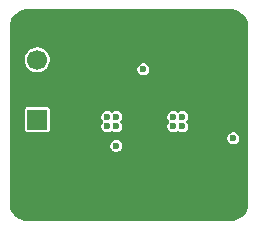
<source format=gbr>
%TF.GenerationSoftware,KiCad,Pcbnew,9.0.4*%
%TF.CreationDate,2025-10-22T22:14:30-04:00*%
%TF.ProjectId,buck_regulator_12V_3A_L6983,6275636b-5f72-4656-9775-6c61746f725f,rev?*%
%TF.SameCoordinates,Original*%
%TF.FileFunction,Copper,L2,Inr*%
%TF.FilePolarity,Positive*%
%FSLAX46Y46*%
G04 Gerber Fmt 4.6, Leading zero omitted, Abs format (unit mm)*
G04 Created by KiCad (PCBNEW 9.0.4) date 2025-10-22 22:14:30*
%MOMM*%
%LPD*%
G01*
G04 APERTURE LIST*
%TA.AperFunction,ComponentPad*%
%ADD10R,1.700000X1.700000*%
%TD*%
%TA.AperFunction,ComponentPad*%
%ADD11C,1.700000*%
%TD*%
%TA.AperFunction,ViaPad*%
%ADD12C,0.600000*%
%TD*%
G04 APERTURE END LIST*
D10*
%TO.N,14.8V*%
%TO.C,J1*%
X135300000Y-108400000D03*
D11*
%TO.N,GND*%
X135300000Y-105860000D03*
%TO.N,12V*%
X135300000Y-103320000D03*
%TD*%
D12*
%TO.N,Net-(C24-Pad2)*%
X144272000Y-104140000D03*
%TO.N,GND*%
X137795000Y-113284000D03*
X151887000Y-112014000D03*
X146558000Y-115824000D03*
%TO.N,Net-(C24-Pad2)*%
X151887000Y-109982000D03*
%TO.N,14.8V*%
X141986000Y-108165997D03*
X141224000Y-108165997D03*
X147574000Y-108165997D03*
X146812000Y-108165997D03*
X141986000Y-110617000D03*
X146812000Y-108966000D03*
X147574000Y-108966000D03*
%TO.N,GND*%
X145034000Y-109982000D03*
X143764000Y-109982000D03*
X141224000Y-107188000D03*
%TO.N,14.8V*%
X141224000Y-108966000D03*
X141986000Y-108966000D03*
%TO.N,GND*%
X141986000Y-107188000D03*
X143002000Y-107696000D03*
X145669000Y-107696000D03*
X146812000Y-107188000D03*
X147574000Y-107188000D03*
%TD*%
%TA.AperFunction,Conductor*%
%TO.N,GND*%
G36*
X151671748Y-99052625D02*
G01*
X151879905Y-99067513D01*
X151886825Y-99068508D01*
X152089029Y-99112494D01*
X152095736Y-99114462D01*
X152289641Y-99186785D01*
X152295992Y-99189687D01*
X152477622Y-99288864D01*
X152483488Y-99292634D01*
X152649159Y-99416654D01*
X152654442Y-99421232D01*
X152800767Y-99567557D01*
X152805345Y-99572840D01*
X152929363Y-99738508D01*
X152933140Y-99744385D01*
X153032310Y-99926003D01*
X153035215Y-99932362D01*
X153107536Y-100126262D01*
X153109505Y-100132970D01*
X153153491Y-100335174D01*
X153154486Y-100342094D01*
X153169375Y-100550252D01*
X153169500Y-100553748D01*
X153169500Y-115473251D01*
X153169375Y-115476747D01*
X153154486Y-115684905D01*
X153153491Y-115691825D01*
X153109505Y-115894029D01*
X153107536Y-115900737D01*
X153035215Y-116094637D01*
X153032310Y-116100996D01*
X152933140Y-116282614D01*
X152929360Y-116288496D01*
X152805345Y-116454159D01*
X152800767Y-116459442D01*
X152654442Y-116605767D01*
X152649159Y-116610345D01*
X152483496Y-116734360D01*
X152477614Y-116738140D01*
X152295996Y-116837310D01*
X152289637Y-116840215D01*
X152095737Y-116912536D01*
X152089029Y-116914505D01*
X151886825Y-116958491D01*
X151879905Y-116959486D01*
X151671748Y-116974375D01*
X151668252Y-116974500D01*
X134462748Y-116974500D01*
X134459252Y-116974375D01*
X134251094Y-116959486D01*
X134244174Y-116958491D01*
X134041970Y-116914505D01*
X134035262Y-116912536D01*
X133841362Y-116840215D01*
X133835003Y-116837310D01*
X133713504Y-116770967D01*
X133653381Y-116738137D01*
X133647508Y-116734363D01*
X133481840Y-116610345D01*
X133476557Y-116605767D01*
X133330232Y-116459442D01*
X133325654Y-116454159D01*
X133201634Y-116288488D01*
X133197864Y-116282622D01*
X133098687Y-116100992D01*
X133095784Y-116094637D01*
X133023463Y-115900737D01*
X133021494Y-115894029D01*
X132977508Y-115691825D01*
X132976513Y-115684905D01*
X132961625Y-115476747D01*
X132961500Y-115473251D01*
X132961500Y-110551104D01*
X141485500Y-110551104D01*
X141485500Y-110682895D01*
X141519607Y-110810184D01*
X141519608Y-110810188D01*
X141585500Y-110924314D01*
X141678686Y-111017500D01*
X141720457Y-111041617D01*
X141792811Y-111083391D01*
X141792813Y-111083391D01*
X141792814Y-111083392D01*
X141893207Y-111110292D01*
X141920104Y-111117499D01*
X141920105Y-111117500D01*
X141920108Y-111117500D01*
X142051895Y-111117500D01*
X142051895Y-111117499D01*
X142179186Y-111083392D01*
X142293314Y-111017500D01*
X142386500Y-110924314D01*
X142452392Y-110810186D01*
X142486499Y-110682895D01*
X142486500Y-110682895D01*
X142486500Y-110551105D01*
X142486499Y-110551104D01*
X142468116Y-110482499D01*
X142452392Y-110423814D01*
X142452391Y-110423813D01*
X142452391Y-110423811D01*
X142386499Y-110309685D01*
X142293314Y-110216500D01*
X142179188Y-110150608D01*
X142179184Y-110150607D01*
X142051895Y-110116500D01*
X142051892Y-110116500D01*
X141920108Y-110116500D01*
X141920105Y-110116500D01*
X141792815Y-110150607D01*
X141792811Y-110150608D01*
X141678685Y-110216500D01*
X141678685Y-110216501D01*
X141585501Y-110309685D01*
X141585500Y-110309685D01*
X141519608Y-110423811D01*
X141519607Y-110423815D01*
X141485500Y-110551104D01*
X132961500Y-110551104D01*
X132961500Y-109916104D01*
X151386500Y-109916104D01*
X151386500Y-110047895D01*
X151420607Y-110175184D01*
X151420608Y-110175188D01*
X151444461Y-110216501D01*
X151486500Y-110289314D01*
X151579686Y-110382500D01*
X151621457Y-110406617D01*
X151693811Y-110448391D01*
X151693813Y-110448391D01*
X151693814Y-110448392D01*
X151794207Y-110475292D01*
X151821104Y-110482499D01*
X151821105Y-110482500D01*
X151821108Y-110482500D01*
X151952895Y-110482500D01*
X151952895Y-110482499D01*
X152080186Y-110448392D01*
X152194314Y-110382500D01*
X152287500Y-110289314D01*
X152353392Y-110175186D01*
X152387499Y-110047895D01*
X152387500Y-110047895D01*
X152387500Y-109916105D01*
X152387499Y-109916104D01*
X152353392Y-109788815D01*
X152353391Y-109788811D01*
X152287499Y-109674685D01*
X152194314Y-109581500D01*
X152080188Y-109515608D01*
X152080184Y-109515607D01*
X151952895Y-109481500D01*
X151952892Y-109481500D01*
X151821108Y-109481500D01*
X151821105Y-109481500D01*
X151693815Y-109515607D01*
X151693811Y-109515608D01*
X151579685Y-109581500D01*
X151579685Y-109581501D01*
X151486501Y-109674685D01*
X151486500Y-109674685D01*
X151420608Y-109788811D01*
X151420607Y-109788815D01*
X151386500Y-109916104D01*
X132961500Y-109916104D01*
X132961500Y-107530252D01*
X134249500Y-107530252D01*
X134249500Y-109269748D01*
X134261133Y-109328231D01*
X134278882Y-109354795D01*
X134305447Y-109394552D01*
X134332012Y-109412301D01*
X134371769Y-109438867D01*
X134430252Y-109450500D01*
X134430255Y-109450500D01*
X136169745Y-109450500D01*
X136169748Y-109450500D01*
X136228231Y-109438867D01*
X136294552Y-109394552D01*
X136338867Y-109328231D01*
X136350500Y-109269748D01*
X136350500Y-108100101D01*
X140723500Y-108100101D01*
X140723500Y-108231892D01*
X140757607Y-108359181D01*
X140757608Y-108359185D01*
X140823500Y-108473311D01*
X140881539Y-108531350D01*
X140895891Y-108565998D01*
X140881540Y-108600644D01*
X140843000Y-108639186D01*
X140823499Y-108658687D01*
X140757608Y-108772811D01*
X140757607Y-108772815D01*
X140723500Y-108900104D01*
X140723500Y-109031895D01*
X140757607Y-109159184D01*
X140757608Y-109159188D01*
X140821439Y-109269744D01*
X140823500Y-109273314D01*
X140916686Y-109366500D01*
X140958457Y-109390617D01*
X141030811Y-109432391D01*
X141030813Y-109432391D01*
X141030814Y-109432392D01*
X141098395Y-109450500D01*
X141158104Y-109466499D01*
X141158105Y-109466500D01*
X141158108Y-109466500D01*
X141289895Y-109466500D01*
X141289895Y-109466499D01*
X141417186Y-109432392D01*
X141531314Y-109366500D01*
X141570352Y-109327462D01*
X141605000Y-109313110D01*
X141639648Y-109327462D01*
X141678686Y-109366500D01*
X141720457Y-109390617D01*
X141792811Y-109432391D01*
X141792813Y-109432391D01*
X141792814Y-109432392D01*
X141860395Y-109450500D01*
X141920104Y-109466499D01*
X141920105Y-109466500D01*
X141920108Y-109466500D01*
X142051895Y-109466500D01*
X142051895Y-109466499D01*
X142179186Y-109432392D01*
X142293314Y-109366500D01*
X142386500Y-109273314D01*
X142452392Y-109159186D01*
X142486499Y-109031895D01*
X142486500Y-109031895D01*
X142486500Y-108900105D01*
X142486499Y-108900104D01*
X142452392Y-108772815D01*
X142452391Y-108772811D01*
X142410617Y-108700457D01*
X142386500Y-108658686D01*
X142328460Y-108600646D01*
X142314108Y-108565998D01*
X142328460Y-108531350D01*
X142386500Y-108473311D01*
X142452392Y-108359183D01*
X142486499Y-108231892D01*
X142486500Y-108231892D01*
X142486500Y-108100102D01*
X142486499Y-108100101D01*
X146311500Y-108100101D01*
X146311500Y-108231892D01*
X146345607Y-108359181D01*
X146345608Y-108359185D01*
X146411500Y-108473311D01*
X146469539Y-108531350D01*
X146483891Y-108565998D01*
X146469540Y-108600644D01*
X146431000Y-108639186D01*
X146411499Y-108658687D01*
X146345608Y-108772811D01*
X146345607Y-108772815D01*
X146311500Y-108900104D01*
X146311500Y-109031895D01*
X146345607Y-109159184D01*
X146345608Y-109159188D01*
X146409439Y-109269744D01*
X146411500Y-109273314D01*
X146504686Y-109366500D01*
X146546457Y-109390617D01*
X146618811Y-109432391D01*
X146618813Y-109432391D01*
X146618814Y-109432392D01*
X146686395Y-109450500D01*
X146746104Y-109466499D01*
X146746105Y-109466500D01*
X146746108Y-109466500D01*
X146877895Y-109466500D01*
X146877895Y-109466499D01*
X147005186Y-109432392D01*
X147119314Y-109366500D01*
X147158352Y-109327462D01*
X147193000Y-109313110D01*
X147227648Y-109327462D01*
X147266686Y-109366500D01*
X147308457Y-109390617D01*
X147380811Y-109432391D01*
X147380813Y-109432391D01*
X147380814Y-109432392D01*
X147448395Y-109450500D01*
X147508104Y-109466499D01*
X147508105Y-109466500D01*
X147508108Y-109466500D01*
X147639895Y-109466500D01*
X147639895Y-109466499D01*
X147767186Y-109432392D01*
X147881314Y-109366500D01*
X147974500Y-109273314D01*
X148040392Y-109159186D01*
X148074499Y-109031895D01*
X148074500Y-109031895D01*
X148074500Y-108900105D01*
X148074499Y-108900104D01*
X148040392Y-108772815D01*
X148040391Y-108772811D01*
X147998617Y-108700457D01*
X147974500Y-108658686D01*
X147916460Y-108600646D01*
X147902108Y-108565998D01*
X147916460Y-108531350D01*
X147974500Y-108473311D01*
X148040392Y-108359183D01*
X148074499Y-108231892D01*
X148074500Y-108231892D01*
X148074500Y-108100102D01*
X148074499Y-108100101D01*
X148040392Y-107972812D01*
X148040391Y-107972808D01*
X147974499Y-107858682D01*
X147881314Y-107765497D01*
X147767188Y-107699605D01*
X147767184Y-107699604D01*
X147639895Y-107665497D01*
X147639892Y-107665497D01*
X147508108Y-107665497D01*
X147508105Y-107665497D01*
X147380815Y-107699604D01*
X147380811Y-107699605D01*
X147266685Y-107765497D01*
X147266685Y-107765498D01*
X147227648Y-107804535D01*
X147193000Y-107818887D01*
X147158352Y-107804535D01*
X147119314Y-107765497D01*
X147005188Y-107699605D01*
X147005184Y-107699604D01*
X146877895Y-107665497D01*
X146877892Y-107665497D01*
X146746108Y-107665497D01*
X146746105Y-107665497D01*
X146618815Y-107699604D01*
X146618811Y-107699605D01*
X146504685Y-107765497D01*
X146504685Y-107765498D01*
X146411501Y-107858682D01*
X146411500Y-107858682D01*
X146345608Y-107972808D01*
X146345607Y-107972812D01*
X146311500Y-108100101D01*
X142486499Y-108100101D01*
X142452392Y-107972812D01*
X142452391Y-107972808D01*
X142386499Y-107858682D01*
X142293314Y-107765497D01*
X142179188Y-107699605D01*
X142179184Y-107699604D01*
X142051895Y-107665497D01*
X142051892Y-107665497D01*
X141920108Y-107665497D01*
X141920105Y-107665497D01*
X141792815Y-107699604D01*
X141792811Y-107699605D01*
X141678685Y-107765497D01*
X141678685Y-107765498D01*
X141639648Y-107804535D01*
X141605000Y-107818887D01*
X141570352Y-107804535D01*
X141531314Y-107765497D01*
X141417188Y-107699605D01*
X141417184Y-107699604D01*
X141289895Y-107665497D01*
X141289892Y-107665497D01*
X141158108Y-107665497D01*
X141158105Y-107665497D01*
X141030815Y-107699604D01*
X141030811Y-107699605D01*
X140916685Y-107765497D01*
X140916685Y-107765498D01*
X140823501Y-107858682D01*
X140823500Y-107858682D01*
X140757608Y-107972808D01*
X140757607Y-107972812D01*
X140723500Y-108100101D01*
X136350500Y-108100101D01*
X136350500Y-107530252D01*
X136338867Y-107471769D01*
X136312301Y-107432012D01*
X136294552Y-107405447D01*
X136254795Y-107378882D01*
X136228231Y-107361133D01*
X136169748Y-107349500D01*
X134430252Y-107349500D01*
X134371769Y-107361133D01*
X134305447Y-107405447D01*
X134261133Y-107471769D01*
X134249500Y-107530252D01*
X132961500Y-107530252D01*
X132961500Y-103216535D01*
X134249500Y-103216535D01*
X134249500Y-103423465D01*
X134276290Y-103558150D01*
X134289869Y-103626417D01*
X134289871Y-103626423D01*
X134336710Y-103739501D01*
X134369059Y-103817598D01*
X134484023Y-103989655D01*
X134630345Y-104135977D01*
X134802402Y-104250941D01*
X134993580Y-104330130D01*
X135196535Y-104370500D01*
X135196538Y-104370500D01*
X135403462Y-104370500D01*
X135403465Y-104370500D01*
X135606420Y-104330130D01*
X135797598Y-104250941D01*
X135969655Y-104135977D01*
X136031528Y-104074104D01*
X143771500Y-104074104D01*
X143771500Y-104205895D01*
X143805607Y-104333184D01*
X143805608Y-104333188D01*
X143827151Y-104370500D01*
X143871500Y-104447314D01*
X143964686Y-104540500D01*
X144006457Y-104564617D01*
X144078811Y-104606391D01*
X144078813Y-104606391D01*
X144078814Y-104606392D01*
X144179207Y-104633292D01*
X144206104Y-104640499D01*
X144206105Y-104640500D01*
X144206108Y-104640500D01*
X144337895Y-104640500D01*
X144337895Y-104640499D01*
X144465186Y-104606392D01*
X144579314Y-104540500D01*
X144672500Y-104447314D01*
X144738392Y-104333186D01*
X144772499Y-104205895D01*
X144772500Y-104205895D01*
X144772500Y-104074105D01*
X144772499Y-104074104D01*
X144738392Y-103946815D01*
X144738391Y-103946811D01*
X144672499Y-103832685D01*
X144579314Y-103739500D01*
X144465188Y-103673608D01*
X144465184Y-103673607D01*
X144337895Y-103639500D01*
X144337892Y-103639500D01*
X144206108Y-103639500D01*
X144206105Y-103639500D01*
X144078815Y-103673607D01*
X144078811Y-103673608D01*
X143964685Y-103739500D01*
X143964685Y-103739501D01*
X143871501Y-103832685D01*
X143871500Y-103832685D01*
X143805608Y-103946811D01*
X143805607Y-103946815D01*
X143771500Y-104074104D01*
X136031528Y-104074104D01*
X136115977Y-103989655D01*
X136230941Y-103817598D01*
X136310130Y-103626420D01*
X136350500Y-103423465D01*
X136350500Y-103216535D01*
X136310130Y-103013580D01*
X136230941Y-102822402D01*
X136115977Y-102650345D01*
X135969655Y-102504023D01*
X135797598Y-102389059D01*
X135797596Y-102389058D01*
X135606423Y-102309871D01*
X135606417Y-102309869D01*
X135524572Y-102293589D01*
X135403465Y-102269500D01*
X135196535Y-102269500D01*
X135095520Y-102289592D01*
X134993582Y-102309869D01*
X134993576Y-102309871D01*
X134802403Y-102389058D01*
X134630345Y-102504022D01*
X134484022Y-102650345D01*
X134369058Y-102822403D01*
X134289871Y-103013576D01*
X134289869Y-103013582D01*
X134269592Y-103115520D01*
X134249500Y-103216535D01*
X132961500Y-103216535D01*
X132961500Y-100553748D01*
X132961625Y-100550252D01*
X132976513Y-100342094D01*
X132977508Y-100335174D01*
X133021494Y-100132970D01*
X133023463Y-100126262D01*
X133033091Y-100100449D01*
X133095788Y-99932353D01*
X133098684Y-99926012D01*
X133197868Y-99744370D01*
X133201629Y-99738517D01*
X133325660Y-99572832D01*
X133330225Y-99567564D01*
X133476564Y-99421225D01*
X133481832Y-99416660D01*
X133647517Y-99292629D01*
X133653370Y-99288868D01*
X133835012Y-99189684D01*
X133841353Y-99186788D01*
X134035266Y-99114461D01*
X134041966Y-99112495D01*
X134244174Y-99068507D01*
X134251094Y-99067513D01*
X134459252Y-99052625D01*
X134462748Y-99052500D01*
X134526892Y-99052500D01*
X151604108Y-99052500D01*
X151668252Y-99052500D01*
X151671748Y-99052625D01*
G37*
%TD.AperFunction*%
%TD*%
M02*

</source>
